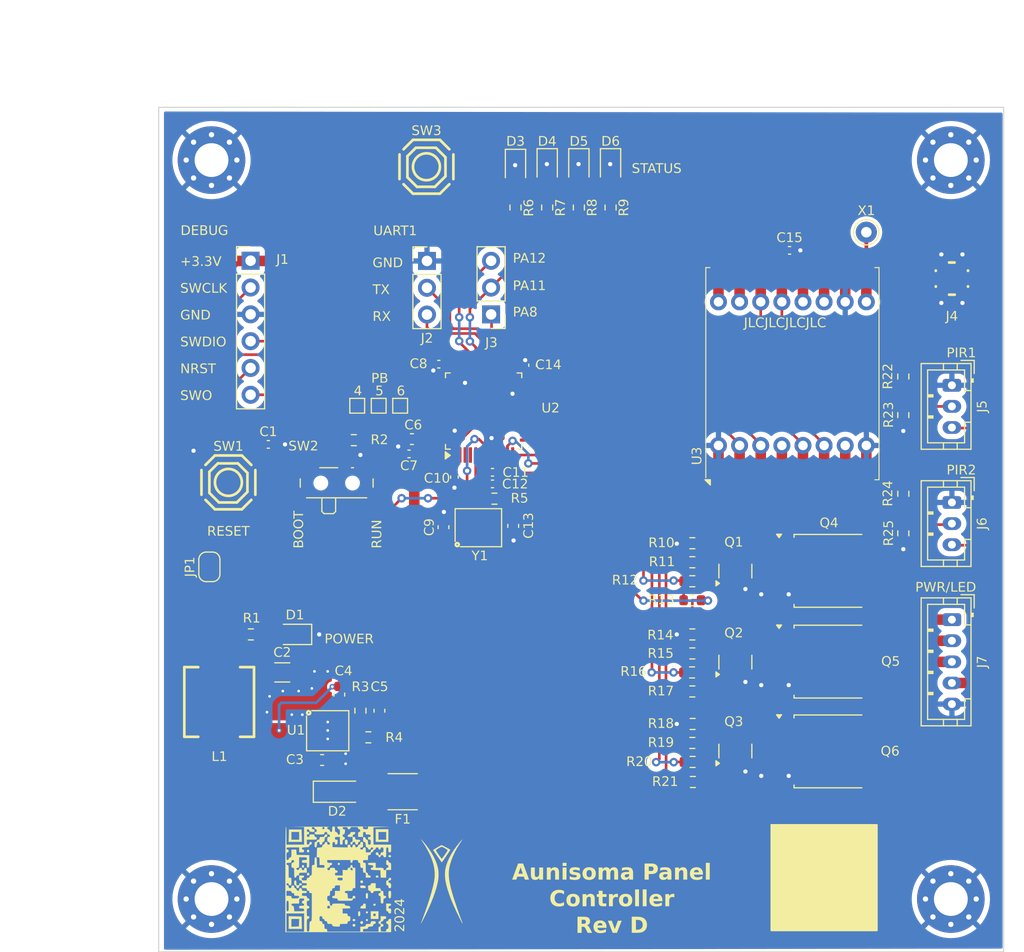
<source format=kicad_pcb>
(kicad_pcb (version 20240108) (generator "pcbnew") (generator_version "8.0")
  (layers (0 "F.Cu" signal) (31 "B.Cu" signal) (34 "B.Paste" user) (35 "F.Paste" user) (36 "B.SilkS" user "B.Silkscreen") (37 "F.SilkS" user "F.Silkscreen") (38 "B.Mask" user) (39 "F.Mask" user) (44 "Edge.Cuts" user))
  (net 0 "")
  (net 1 "+3.3V")
  (net 2 "/OSC_IN")
  (net 3 "+24V")
  (net 4 "/LED_OUT_R")
  (net 5 "/LED_OUT_G")
  (net 6 "/LED_OUT_B")
  (net 7 "Net-(D5-A)")
  (net 8 "Net-(Q1-C)")
  (net 9 "Net-(Q1-B)")
  (net 10 "/OSC_OUT")
  (net 11 "/BOOT0")
  (net 12 "/LED_R")
  (net 13 "/LED_G")
  (net 14 "/LED_B")
  (net 15 "/USART1_RX")
  (net 16 "/USART1_TX")
  (net 17 "Net-(Q3-C)")
  (net 18 "GND")
  (net 19 "Net-(U1-BOOT)")
  (net 20 "Net-(D6-A)")
  (net 21 "Net-(D3-A)")
  (net 22 "Net-(D4-A)")
  (net 23 "/LED_STATUS1")
  (net 24 "/LED_STATUS2")
  (net 25 "/LED_STATUS3")
  (net 26 "/LED_STATUS4")
  (net 27 "Net-(J4-In)")
  (net 28 "Net-(D1-A)")
  (net 29 "Net-(Q3-B)")
  (net 30 "Net-(U2A-PB5-PB5)")
  (net 31 "Net-(U2A-PB4-PB4)")
  (net 32 "Net-(U1-FB)")
  (net 34 "/Power/VOUT")
  (net 35 "Net-(D2-A)")
  (net 36 "/MISO")
  (net 39 "/RF_CS")
  (net 40 "/MOSI")
  (net 43 "/SCK")
  (net 45 "/Power/V_IN")
  (net 46 "/Power/SW")
  (net 47 "Net-(U2A-PB6-PB6)")
  (net 48 "/NRST")
  (net 49 "/PIR_2")
  (net 50 "/PIR_1")
  (net 51 "/SWCLK")
  (net 52 "/SWDIO")
  (net 53 "/SWO")
  (net 54 "/PA12")
  (net 55 "/PA11")
  (net 56 "/PA8")
  (net 57 "Net-(Q2-B)")
  (net 58 "Net-(Q2-C)")
  (net 59 "Net-(SW2-B)")
  (net 60 "/RF_RST")
  (net 69 "/PIR_1_IN")
  (net 70 "/PIR_2_IN")
  (net 76 "/RF_INT")
  (net 78 "Net-(C13-Pad1)")
  (footprint "Capacitor_SMD:C_0402_1005Metric" (layer "F.Cu") (at 120.247 91.8)
    (property "Reference" "C1")
    (property "Value" "100nF")
  )
  (footprint "Resistor_SMD:R_0603_1608Metric" (layer "F.Cu") (at 160.392 101.1625)
    (property "Reference" "R10")
    (property "Value" "10k")
  )
  (footprint "Package_QFP:LQFP-48_7x7mm_P0.5mm" (layer "F.Cu") (at 140.632 88.642 90)
    (property "Reference" "U2")
    (property "Value" "STM32F103C8T6")
  )
  (footprint "Crystal_AKL:Crystal_SMD_3225-4Pin_3.2x2.5mm" (layer "F.Cu") (at 140.132 99.692)
    (property "Reference" "Y1")
    (property "Value" "16MHz" (hide yes))
  )
  (footprint "TestPoint:TestPoint_Pad_1.0x1.0mm" (layer "F.Cu") (at 132.727 88.138)
    (property "Reference" "PB3" (hide yes))
    (property "Value" "TestPoint")
  )
  (footprint "MountingHole:MountingHole_3.2mm_M3_Pad_Via" (layer "F.Cu") (at 114.867 134.867)
    (property "Reference" "H2" (hide yes))
    (property "Value" "MountingHole_Pad")
  )
  (footprint "Capacitor_SMD:C_0402_1005Metric" (layer "F.Cu") (at 133.567 92.7 180)
    (property "Reference" "C7")
    (property "Value" "100nF")
  )
  (footprint "TestPoint:TestPoint_THTPad_D2.0mm_Drill1.0mm" (layer "F.Cu") (at 176.867 71.7)
    (property "Reference" "X1")
    (property "Value" "Antenna")
  )
  (footprint "Resistor_SMD:R_0603_1608Metric" (layer "F.Cu") (at 180.367 96.475 -90)
    (property "Reference" "R24")
    (property "Value" "1k")
  )
  (footprint "Capacitor_SMD:C_0603_1608Metric" (layer "F.Cu") (at 143.432 99.517 -90)
    (property "Reference" "C13")
    (property "Value" "6pF")
  )
  (footprint "Connector_JST:JST_PH_B5B-PH-K_1x05_P2.00mm_Vertical" (layer "F.Cu") (at 184.967 108.4 -90)
    (property "Reference" "J7")
    (property "Value" "PWR/LED")
  )
  (footprint "Resistor_SMD:R_0603_1608Metric" (layer "F.Cu") (at 141.657 96.942 180)
    (property "Reference" "R5")
    (property "Value" "47")
  )
  (footprint "Package_TO_SOT_SMD_AKL:SOT-23-6" (layer "F.Cu") (at 125.867 118.925)
    (property "Reference" "U1")
    (property "Value" "TPS54202DDC" (hide yes))
  )
  (footprint "Connector_PinHeader_2.54mm:PinHeader_1x03_P2.54mm_Vertical" (layer "F.Cu") (at 141.3376 79.487 180)
    (property "Reference" "J3")
    (property "Value" "OOPS")
  )
  (footprint "Resistor_SMD:R_0603_1608Metric" (layer "F.Cu") (at 118.592 109.8 180)
    (property "Reference" "R1")
    (property "Value" "1k")
  )
  (footprint "Capacitor_SMD:C_0402_1005Metric" (layer "F.Cu") (at 141.467 95.542 180)
    (property "Reference" "C12")
    (property "Value" "1uF")
  )
  (footprint "Connector_PinHeader_2.54mm:PinHeader_1x03_P2.54mm_Vertical" (layer "F.Cu") (at 135.267 74.422)
    (property "Reference" "J2")
    (property "Value" "UART1")
  )
  (footprint "Resistor_SMD:R_0603_1608Metric" (layer "F.Cu") (at 160.392 111.6025 180)
    (property "Reference" "R15")
    (property "Value" "10k")
  )
  (footprint "Capacitor_SMD:C_0402_1005Metric" (layer "F.Cu") (at 169.597 73.418326)
    (property "Reference" "C15")
    (property "Value" "100nF")
  )
  (footprint "Package_TO_SOT_SMD:TO-252-2" (layer "F.Cu") (at 173.332 112.3775)
    (property "Reference" "Q5")
    (property "Value" "NCE6050KA")
  )
  (footprint "Capacitor_SMD:C_0402_1005Metric" (layer "F.Cu") (at 137.867 94.9 -90)
    (property "Reference" "C10")
    (property "Value" "100nF")
  )
  (footprint "Capacitor_SMD:C_0603_1608Metric" (layer "F.Cu") (at 133.842 91.3 180)
    (property "Reference" "C6")
    (property "Value" "4.7uF")
  )
  (footprint "Resistor_SMD:R_0603_1608Metric" (layer "F.Cu") (at 152.649 69.3585 -90)
    (property "Reference" "R9")
    (property "Value" "1k")
  )
  (footprint "Resistor_SMD:R_0603_1608Metric" (layer "F.Cu") (at 160.417 121.8825 180)
    (property "Reference" "R20")
    (property "Value" "10k")
  )
  (footprint "LED_SMD:LED_0805_2012Metric" (layer "F.Cu") (at 152.649 65.471 -90)
    (property "Reference" "D6")
    (property "Value" "RED")
  )
  (footprint "Capacitor_SMD:C_0603_1608Metric" (layer "F.Cu") (at 125.342 121.7)
    (property "Reference" "C3")
    (property "Value" "10uF")
  )
  (footprint "Resistor_SMD:R_0603_1608Metric" (layer "F.Cu") (at 180.367 100.225 90)
    (property "Reference" "R25")
    (property "Value" "100k")
  )
  (footprint "Package_TO_SOT_SMD:TO-252-2" (layer "F.Cu") (at 173.332 103.7775)
    (property "Reference" "Q4")
    (property "Value" "NCE6050KA")
  )
  (footprint "Capacitor_SMD:C_0402_1005Metric" (layer "F.Cu") (at 141.467 94.442 180)
    (property "Reference" "C11")
    (property "Value" "10nF")
  )
  (footprint "Connector_JST:JST_PH_B3B-PH-K_1x03_P2.00mm_Vertical" (layer "F.Cu") (at 184.967 86.2 -90)
    (property "Reference" "J5")
    (property "Value" "PIR1")
  )
  (footprint "LED_SMD:LED_0805_2012Metric" (layer "F.Cu") (at 122.667 109.8 180)
    (property "Reference" "D1")
    (property "Value" "RED")
  )
  (footprint "TestPoint:TestPoint_Pad_1.0x1.0mm" (layer "F.Cu") (at 128.663 88.138)
    (property "Reference" "PB1" (hide yes))
    (property "Value" "TestPoint")
  )
  (footprint "MyFootprints:SW-SMD_4P-L5.1-W5.1-P3.70-LS6.5-TL-2" (layer "F.Cu") (at 116.467 95.4)
    (property "Reference" "SW1")
    (property "Value" "~")
  )
  (footprint "Package_TO_SOT_SMD:SOT-23" (layer "F.Cu") (at 164.467 103.8 90)
    (property "Reference" "Q1")
    (property "Value" "MMBT3904")
  )
  (footprint "Connector_PinHeader_2.54mm:PinHeader_1x06_P2.54mm_Vertical" (layer "F.Cu") (at 118.567 74.4)
    (property "Reference" "J1")
    (property "Value" "DEBUG")
  )
  (footprint "Resistor_SMD:R_0603_1608Metric" (layer "F.Cu") (at 160.417 118.2825)
    (property "Reference" "R18")
    (property "Value" "10k")
  )
  (footprint "Resistor_SMD:R_0603_1608Metric" (layer "F.Cu") (at 160.392 106.5625)
    (property "Reference" "R13")
    (property "Value" "10k")
  )
  (footprint "Capacitor_SMD:C_1206_3216Metric" (layer "F.Cu") (at 121.567 113.4)
    (property "Reference" "C2")
    (property "Value" "47uF")
  )
  (footprint "Button_Switch_SMD:SW_SPDT_PCM12" (layer "F.Cu") (at 126.717 95.13)
    (property "Reference" "SW2")
    (property "Value" "~")
  )
  (footprint "Package_TO_SOT_SMD:SOT-23" (layer "F.Cu") (at 164.467 120.845 90)
    (property "Reference" "Q3")
    (property "Value" "MMBT3904")
  )
  (footprint "Resistor_SMD:R_0603_1608Metric" (layer "F.Cu") (at 180.367 89.025 90)
    (property "Reference" "R23")
    (property "Value" "100k")
  )
  (footprint "LOGO" (layer "F.Cu") (at 126.867 133)
    (property "Reference" "G***" (hide yes))
    (property "Value" "LOGO" (hide yes))
  )
  (footprint "Package_TO_SOT_SMD:TO-252-2" (layer "F.Cu") (at 173.332 120.8825)
    (property "Reference" "Q6")
    (property "Value" "NCE6050KA")
  )
  (footprint "Resistor_SMD:R_0603_1608Metric" (layer "F.Cu") (at 180.367 85.375 -90)
    (property "Reference" "R22")
    (property "Value" "1k")
  )
  (footprint "Resistor_SMD:R_0603_1608Metric" (layer "F.Cu") (at 160.392 109.8025)
    (property "Reference" "R14")
    (property "Value" "10k")
  )
  (footprint "LED_SMD:LED_0805_2012Metric" (layer "F.Cu") (at 143.649 65.5335 -90)
    (property "Reference" "D3")
    (property "Value" "RED")
  )
  (footprint "TestPoint:TestPoint_Pad_1.0x1.0mm" (layer "F.Cu") (at 130.695 88.138)
    (property "Reference" "PB2" (hide yes))
    (property "Value" "TestPoint")
  )
  (footprint "Resistor_SMD:R_0603_1608Metric" (layer "F.Cu") (at 129.717 119.55)
    (property "Reference" "R4")
    (property "Value" "22k" (hide yes))
  )
  (footprint "Capacitor_SMD:C_0402_1005Metric" (layer "F.Cu") (at 145.267 84.3 90)
    (property "Reference" "C14")
    (property "Value" "100nF")
  )
  (footprint "Resistor_SMD:R_0603_1608Metric" (layer "F.Cu") (at 146.649 69.3585 -90)
    (property "Reference" "R7")
    (property "Value" "1k")
  )
  (footprint "Resistor_SMD:R_0603_1608Metric" (layer "F.Cu") (at 143.649 69.3585 -90)
    (property "Reference" "R6")
    (property "Value" "1k")
  )
  (footprint "Resistor_SMD:R_0603_1608Metric" (layer "F.Cu") (at 160.392 102.9625 180)
    (property "Reference" "R11")
    (property "Value" "10k")
  )
  (footprint "Package_TO_SOT_SMD:SOT-23" (layer "F.Cu") (at 164.467 112.425 90)
    (property "Reference" "Q2")
    (property "Value" "MMBT3904")
  )
  (footprint "MountingHole:MountingHole_3.2mm_M3_Pad_Via" (layer "F.Cu") (at 184.867 64.867)
    (property "Reference" "H3" (hide yes))
    (property "Value" "MountingHole_Pad")
  )
  (footprint "MyFootprints:Fuse_1812_4532Metric" (layer "F.Cu") (at 132.967 124.7 180)
    (property "Reference" "F1")
    (property "Value" "100mA")
  )
  (footprint "Resistor_SMD:R_0603_1608Metric" (layer "F.Cu") (at 160.442 123.7825)
    (property "Reference" "R21")
    (property "Value" "10k")
  )
  (footprint "Resistor_SMD:R_0603_1608Metric" (layer "F.Cu") (at 128.342 91.4)
    (property "Reference" "R2")
    (property "Value" "10k")
  )
  (footprint "Resistor_SMD:R_0603_1608Metric" (layer "F.Cu") (at 160.392 115.2025)
    (property "Reference" "R17")
    (property "Value" "10k")
  )
  (footprint "LED_SMD:LED_0805_2012Metric" (layer "F.Cu") (at 149.649 65.471 -90)
    (property "Reference" "D5")
    (property "Value" "RED")
  )
  (footprint "Capacitor_SMD:C_0603_1608Metric" (layer "F.Cu") (at 126.967 115.5 90)
    (property "Reference" "C4")
    (property "Value" "100nF")
  )
  (footprint "MyFootprints:SW-SMD_4P-L5.1-W5.1-P3.70-LS6.5-TL-2" (layer "F.Cu") (at 135.217 65.5)
    (property "Reference" "SW3")
    (property "Value" "~")
  )
  (footprint "MountingHole:MountingHole_3.2mm_M3_Pad_Via" (layer "F.Cu") (at 184.867 134.867)
    (property "Reference" "H4" (hide yes))
    (property "Value" "MountingHole_Pad")
  )
  (footprint "LED_SMD:LED_0805_2012Metric" (layer "F.Cu") (at 146.649 65.471 -90)
    (property "Reference" "D4")
    (property "Value" "RED")
  )
  (footprint "Capacitor_SMD:C_0402_1005Metric" (layer "F.Cu") (at 136.387 84.2 180)
    (property "Reference" "C8")
    (property "Value" "100nF")
  )
  (footprint "Jumper:SolderJumper-2_P1.3mm_Open_RoundedPad1.0x1.5mm" (layer "F.Cu") (at 114.667 103.4 90)
    (property "Reference" "JP1")
    (property "Value" "SolderJumper_2_Bridged")
  )
  (footprint "Resistor_SMD:R_0603_1608Metric" (layer "F.Cu") (at 128.967 117.025 -90)
    (property "Reference" "R3")
    (property "Value" "100k")
  )
  (footprint "Resistor_SMD:R_0603_1608Metric" (layer "F.Cu") (at 160.392 120.0825 180)
    (property "Reference" "R19")
    (property "Value" "10k")
  )
  (footprint "Capacitor_SMD:C_0603_1608Metric" (layer "F.Cu") (at 136.832 99.642 90)
    (property "Reference" "C9")
    (property "Value" "6pF")
  )
  (footprint "Resistor_SMD:R_0603_1608Metric" (layer "F.Cu") (at 160.367 113.4025 180)
    (property "Reference" "R16")
    (property "Value" "10k")
  )
  (footprint "MyFootprints:HOPERF_RFM69HW_SMD_TH" (layer "F.Cu") (at 169.867 85.1 90)
    (property "Reference" "U3")
    (property "Value" "RFM69HCW")
  )
  (footprint "MyFootprints:IPEX-SMD_KMC1001-F007-7F" (layer "F.Cu") (at 184.967 76.094 90)
    (property "Reference" "J4")
    (property "Value" "Conn_Coaxial_Small")
  )
  (footprint "MyFootprints:IND-SMD_L7.2-W6.6_GPSR0730" (layer "F.Cu") (at 115.592 116.2 90)
    (property "Reference" "L1")
    (property "Value" "CYA0630-6.8UH")
  )
  (footprint "Connector_JST:JST_PH_B3B-PH-K_1x03_P2.00mm_Vertical" (layer "F.Cu") (at 184.967 97.3 -90)
    (property "Reference" "J6")
    (property "Value" "PIR2")
  )
  (footprint "Resistor_SMD:R_0603_1608Metric" (layer "F.Cu") (at 149.649 69.3585 -90)
    (property "Reference" "R8")
    (property "Value" "1k")
  )
  (footprint "LOGO" (layer "F.Cu") (at 136.667 133.2)
    (property "Reference" "LOGO" (hide yes))
    (property "Value" "LOGO" (hide yes))
  )
  (footprint "Capacitor_SMD:C_0603_1608Metric" (layer "F.Cu") (at 130.767 117.025 -90)
    (property "Reference" "C5")
    (property "Value" "47pF")
  )
  (footprint "MountingHole:MountingHole_3.2mm_M3_Pad_Via" (layer "F.Cu") (at 114.867 64.867)
    (property "Reference" "H1" (hide yes))
    (property "Value" "MountingHole_Pad")
  )
  (footprint "Resistor_SMD:R_0603_1608Metric" (layer "F.Cu") (at 160.392 104.7625 180)
    (property "Reference" "R12")
    (property "Value" "10k")
  )
  (footprint "Diode_SMD:D_SOD-123" (layer "F.Cu") (at 126.867 124.7)
    (property "Reference" "D2")
    (property "Value" "B5819W")
  )
  (gr_rect (start 167.867 127.842) (end 177.867 137.842) (stroke (width 0.15)) (fill solid) (layer "F.SilkS"))
  (gr_rect (start 109.867 59.867) (end 189.867 139.867) (stroke (width 0.1)) (fill none) (layer "Edge.Cuts"))
  (gr_text "TX" (at 130.1108 77.709 0) (layer "F.SilkS") (effects (font (size 0.9 0.9) (thickness 0.25)) (justify left bottom)))
  (gr_text "+3.3V" (at 111.902 75.045 0) (layer "F.SilkS") (effects (font (size 0.9 0.9) (thickness 0.25)) (justify left bottom)))
  (gr_text "BOOT" (at 123.692 101.665 90) (layer "F.SilkS") (effects (font (size 0.9 0.9) (thickness 0.125)) (justify left bottom)))
  (gr_text "RUN" (at 131.092 101.665 90) (layer "F.SilkS") (effects (font (size 0.9 0.9) (thickness 0.125)) (justify left bottom)))
  (gr_text "RESET" (at 116.467 100.6 0) (layer "F.SilkS") (effects (font (size 0.9 0.9) (thickness 0.3)) (justify bottom)))
  (gr_text "GND" (at 130.1108 75.169 0) (layer "F.SilkS") (effects (font (size 0.9 0.9) (thickness 0.25)) (justify left bottom)))
  (gr_text "PWR/LED" (at 187.267 105.9 0) (layer "F.SilkS") (effects (font (size 0.9 0.9) (thickness 0.3)) (justify right bottom)))
  (gr_text "6" (at 132.3968 87.2998 0) (layer "F.SilkS") (effects (font (size 0.9 0.9) (thickness 0.2)) (justify left bottom)))
  (gr_text "GND" (at 111.902 80.125 0) (layer "F.SilkS") (effects (font (size 0.9 0.9) (thickness 0.25)) (justify left bottom)))
  (gr_text "PA12" (at 143.395 74.7372 0) (layer "F.SilkS") (effects (font (size 0.9 0.9) (thickness 0.25)) (justify left bottom)))
  (gr_text "5" (at 130.3648 87.2998 0) (layer "F.SilkS") (effects (font (size 0.9 0.9) (thickness 0.2)) (justify left bottom)))
  (gr_text "2024" (at 133.267 138 90) (layer "F.SilkS") (effects (font (size 0.9 0.9) (thickness 0.1778)) (justify left bottom)))
  (gr_text "PB" (at 129.9838 86.106 0) (layer "F.SilkS") (effects (font (size 0.9 0.9) (thickness 0.2)) (justify left bottom)))
  (gr_text "SWO" (at 111.902 87.745 0) (layer "F.SilkS") (effects (font (size 0.9 0.9) (thickness 0.25)) (justify left bottom)))
  (gr_text "RX" (at 130.1108 80.249 0) (layer "F.SilkS") (effects (font (size 0.9 0.9) (thickness 0.25)) (justify left bottom)))
  (gr_text "STATUS" (at 154.649 66.2335 0) (layer "F.SilkS") (effects (font (size 0.9 0.9) (thickness 0.3)) (justify left bottom)))
  (gr_text "4" (at 128.3328 87.2998 0) (layer "F.SilkS") (effects (font (size 0.9 0.9) (thickness 0.2)) (justify left bottom)))
  (gr_text "PIR1" (at 187.267 83.7 0) (layer "F.SilkS") (effects (font (size 0.9 0.9) (thickness 0.3)) (justify right bottom)))
  (gr_text "UART1" (at 130.187 72.136 0) (layer "F.SilkS") (effects (font (size 0.9 0.9) (thickness 0.3)) (justify left bottom)))
  (gr_text "SWCLK" (at 111.902 77.585 0) (layer "F.SilkS") (effects (font (size 0.9 0.9) (thickness 0.25)) (justify left bottom)))
  (gr_text "PA11" (at 143.395 77.3372 0) (layer "F.SilkS") (effects (font (size 0.9 0.9) (thickness 0.25)) (justify left bottom)))
  (gr_text "PA8" (at 143.395 79.8372 0) (layer "F.SilkS") (effects (font (size 0.9 0.9) (thickness 0.25)) (justify left bottom)))
  (gr_text "JLCJLCJLCJLC" (at 165.267 80.85 0) (layer "F.SilkS") (effects (font (size 0.9 0.9) (thickness 0.1778)) (justify left bottom)))
  (gr_text "NRST" (at 111.902 85.205 0) (layer "F.SilkS") (effects (font (size 0.9 0.9) (thickness 0.25)) (justify left bottom)))
  (gr_text "SWDIO" (at 111.902 82.665 0) (layer "F.SilkS") (effects (font (size 0.9 0.9) (thickness 0.25)) (justify left bottom)))
  (gr_text "DEBUG" (at 111.93 72.114 0) (layer "F.SilkS") (effects (font (size 0.9 0.9) (thickness 0.3)) (justify left bottom)))
  (gr_text "PIR2" (at 187.267 94.8 0) (layer "F.SilkS") (effects (font (size 0.9 0.9) (thickness 0.3)) (justify right bottom)))
  (gr_text "POWER" (at 125.567 110.8 0) (layer "F.SilkS") (effects (font (size 0.9 0.9) (thickness 0.3)) (justify left bottom)))
  (gr_text_box "Aunisoma Panel Controller\nRev D" (start 138.733 130.406) (end 166.801 136.9) (layer "F.SilkS") (effects (font (size 1.5 1.5) (thickness 0.3)) (justify top)) (border no))
  (segment (start 133.367 101) (end 114.667 101) (width 1) (layer "F.Cu") (net 1))
  (segment (start 116.467 99.2) (end 114.667 101) (width 1) (layer "F.Cu") (net 1))
  (segment (start 123.767 95.4) (end 116.567 95.4) (width 0.25) (layer "F.Cu") (net 1))
  (segment (start 160.677 123.7825) (end 160.392 123.4975) (width 0.25) (layer "F.Cu") (net 1))
  (segment (start 124.467 94.7) (end 123.767 95.4) (width 0.25) (layer "F.Cu") (net 1))
  (segment (start 116.467 95.5) (end 116.467 99.2) (width 1) (layer "F.Cu") (net 1))
  (segment (start 162.467 61.8) (end 131.917 61.8) (width 1) (layer "F.Cu") (net 1))
  (segment (start 168.867 76) (end 168.867 68.2) (width 1) (layer "F.Cu") (net 1))
  (segment (start 142.467 91.225305) (end 142.467 90) (width 0.3) (layer "F.Cu") (net 1))
  (segment (start 139.50161 89.3) (end 141.767 89.3) (width 0.3) (layer "F.Cu") (net 1))
  (segment (start 138.409305 91.4) (end 136.4775 91.4) (width 0.3) (layer "F.Cu") (net 1))
  (segment (start 134.067 92.8045) (end 134.067 100.3) (width 1) (layer "F.Cu") (net 1))
  (segment (start 145.287 84.6) (end 145.287 85.78) (width 0.4) (layer "F.Cu") (net 1))
  (segment (start 134.067 100.3) (end 133.367 101) (width 1) (layer "F.Cu") (net 1))
  (segment (start 117.145 74.422) (end 114.667 76.9) (width 1) (layer "F.Cu") (net 1))
  (segment (start 170.117 81.25) (end 186.267 81.25) (width 0.25) (layer "F.Cu") (net 1))
  (segment (start 136.4775 91.4) (end 136.4695 91.392) (width 0.3) (layer "F.Cu") (net 1))
  (segment (start 116.567 95.4) (end 116.467 95.5) (width 0.25) (layer "F.Cu") (net 1))
  (segment (start 142.775 85.892) (end 139.434305 89.232695) (width 0.3) (layer "F.Cu") (net 1))
  (segment (start 168.867 68.2) (end 162.467 61.8) (width 1) (layer "F.Cu") (net 1))
  (segment (start 137.882 92.8045) (end 137.882 94.405) (width 0.25) (layer "F.Cu") (net 1))
  (segment (start 116.467 91.1) (end 116.467 95.5) (width 1) (layer "F.Cu") (net 1))
  (segment (start 137.882 87.68039) (end 137.882 84.4795) (width 0.3) (layer "F.Cu") (net 1))
  (segment (start 187.567 90.35) (end 187.567 91.2) (width 0.25) (layer "F.Cu") (net 1))
  (segment (start 161.267 123.7825) (end 160.677 123.7825) (width 0.25) (layer "F.Cu") (net 1))
  (segment (start 141.882 94.377) (end 141.882 92.8045) (width 0.25) (layer "F.Cu") (net 1))
  (segment (start 126.467 72.8) (end 124.845 74.422) (width 1) (layer "F.Cu") (net 1))
  (segment (start 114.667 76.9) (end 114.667 89.3) (width 1) (layer "F.Cu") (net 1))
  (segment (start 139.434305 89.232695) (end 137.882 87.68039) (width 0.3) (layer "F.Cu") (net 1))
  (segment (start 187.567 91.2) (end 187.567 100.45) (width 0.25) (layer "F.Cu") (net 1))
  (segment (start 142.775 85.892) (end 144.7945 85.892) (width 0.3) (layer "F.Cu") (net 1))
  (segment (start 114.667 89.3) (end 116.467 91.1) (width 1) (layer "F.Cu") (net 1))
  (segment (start 187.567 82.55) (end 187.567 91.2) (width 0.25) (layer "F.Cu") (net 1))
  (segment (start 114.667 102.65) (end 114.667 101) (width 1) (layer "F.Cu") (net 1))
  (segment (start 186.267 81.25) (end 187.567 82.55) (width 0.25) (layer "F.Cu") (net 1))
  (segment (start 160.4045 106.5625) (end 161.217 106.5625) (width 0.25) (layer "F.Cu") (net 1))
  (segment (start 160.392 115.2025) (end 161.217 115.2025) (width 0.25) (layer "F.Cu") (net 1))
  (segment (start 168.867 80) (end 170.117 81.25) (width 0.25) (layer "F.Cu") (net 1))
  (segment (start 126.467 64.2) (end 126.467 72.8) (width 1) (layer "F.Cu") (net 1))
  (segment (start 131.917 61.8) (end 128.867 61.8) (width 1) (layer "F.Cu") (net 1))
  (segment (start 124.467 93.7) (end 124.467 94.7) (width 0.25) (layer "F.Cu") (net 1))
  (segment (start 137.447 84.2) (end 137.657 84.41) (width 0.25) (layer "F.Cu") (net 1))
  (segment (start 124.845 74.422) (end 117.145 74.422) (width 1) (layer "F.Cu") (net 1))
  (segment (start 136.867 84.2) (end 137.447 84.2) (width 0.25) (layer "F.Cu") (net 1))
  (segment (start 168.867 76.5) (end 168.867 80) (width 0.25) (layer "F.Cu") (net 1))
  (segment (start 141.882 92.8045) (end 141.882 91.810305) (width 0.3) (layer "F.Cu") (net 1))
  (segment (start 144.609 95.542) (end 155.667 106.6) (width 0.25) (layer "F.Cu") (net 1))
  (segment (start 141.947 95.542) (end 144.609 95.542) (width 0.25) (layer "F.Cu") (net 1))
  (segment (start 141.882 91.810305) (end 142.467 91.225305) (width 0.3) (layer "F.Cu") (net 1))
  (segment (start 187.567 100.45) (end 186.667 101.35) (width 0.25) (layer "F.Cu") (net 1))
  (segment (start 184.967 90.25) (end 187.467 90.25) (width 0.25) (layer "F.Cu") (net 1))
  (segment (start 128.867 61.8) (end 126.467 64.2) (width 1) (layer "F.Cu") (net 1))
  (segment (start 160.392 106.575) (end 160.4045 106.5625) (width 0.25) (layer "F.Cu") (net 1))
  (segment (start 139.50161 89.3) (end 139.50161 90.307696) (width 0.3) (layer "F.Cu") (net 1))
  (segment (start 139.434305 89.232695) (end 139.50161 89.3) (width 0.3) (layer "F.Cu") (net 1))
  (segment (start 131.917 63.65) (end 131.917 61.8) (width 0.25) (layer "F.Cu") (net 1))
  (segment (start 138.409305 91.4) (end 139.50161 90.307696) (width 0.3) (layer "F.Cu") (net 1))
  (segment (start 145.287 85.78) (end 145.267 85.8) (width 0.4) (layer "F.Cu") (net 1))
  (segment (start 141.932 95.542) (end 141.932 94.442) (width 0.25) (layer "F.Cu") (net 1))
  (segment (start 186.667 101.35) (end 185.167 101.35) (width 0.25) (layer "F.Cu") (net 1))
  (segment (start 187.467 90.25) (end 187.567 90.35) (width 0.25) (layer "F.Cu") (net 1))
  (segment (start 160.392 123.4975) (end 160.392 106.575) (width 0.25) (layer "F.Cu") (net 1))
  (segment (start 142.467 90) (end 141.767 89.3) (width 0.3) (layer "F.Cu") (net 1))
  (via (at 155.767 106.6) (size 0.8) (drill 0.4) (layers "F.Cu" "B.Cu") (net 1))
  (via (at 161.867 106.6) (size 0.8) (drill 0.4) (layers "F.Cu" "B.Cu") (net 1))
  (segment (start 155.767 106.6) (end 161.967 106.6) (width 0.25) (layer "B.Cu") (net 1))
  (segment (start 139.132 100.542) (end 140.057 99.617) (width 0.25) (layer "F.Cu") (net 2))
  (segment (start 139.882 97.917) (end 139.882 92.8045) (width 0.25) (layer "F.Cu") (net 2))
  (segment (start 139.032 100.542) (end 136.957 100.542) (width 0.5) (layer "F.Cu") (net 2))
  (segment (start 140.057 99.617) (end 140.057 98.092) (width 0.25) (layer "F.Cu") (net 2))
  (segment (start 140.057 98.092) (end 139.882 97.917) (width 0.25) (layer "F.Cu") (net 2))
  (segment (start 187.667 122.25) (end 183.617 126.3) (width 1) (layer "F.Cu") (net 3))
  (segment (start 157.897 111.6025) (end 157.897 103.0025) (width 0.25) (layer "F.Cu") (net 3))
  (segment (start 157.967 126.3) (end 141.167 126.3) (width 1) (layer "F.Cu") (net 3))
  (segment (start 157.892 111.6075) (end 157.897 111.6025) (width 0.25) (layer "F.Cu") (net 3))
  (segment (start 157.907 120.0825) (end 157.907 126.24) (width 0.25) (layer "F.Cu") (net 3))
  (segment (start 157.927 102.9625) (end 159.567 102.9625) (width 0.25) (layer "F.Cu") (net 3))
  (segment (start 159.567 120.0825) (end 157.907 120.0825) (width 0.25) (layer "F.Cu") (net 3))
  (segment (start 141.167 126.3) (end 139.567 124.7) (width 1) (layer "F.Cu") (net 3))
  (segment (start 157.897 103.0025) (end 157.892 102.9975) (width 0.25) (layer "F.Cu") (net 3))
  (segment (start 183.617 126.3) (end 157.967 126.3) (width 1) (layer "F.Cu") (net 3))
  (segment (start 157.907 126.24) (end 157.967 126.3) (width 0.25) (layer "F.Cu") (net 3))
  (segment (start 186.717 114.4) (end 187.667 115.35) (width 1) (layer "F.Cu") (net 3))
  (segment (start 184.967 114.4) (end 186.717 114.4) (width 1) (layer "F.Cu") (net 3))
  (segment (start 157.892 120.0675) (end 157.907 120.0825) (width 0.25) (layer "F.Cu") (net 3))
  (segment (start 157.892 102.9975) (end 157.927 102.9625) (width 0.25) (layer "F.Cu") (net 3))
  (segment (start 157.892 120.0675) (end 157.892 111.6075) (width 0.25) (layer "F.Cu") (net 3))
  (segment (start 157.897 111.6025) (end 159.567 111.6025) (width 0.25) (layer "F.Cu") (net 3))
  (segment (start 187.667 115.35) (end 187.667 122.25) (width 1) (layer "F.Cu") (net 3))
  (segment (start 139.567 124.7) (end 135.1045 124.7) (width 1) (layer "F.Cu") (net 3))
  (segment (start 184.967 112.4) (end 182.917 112.4) (width 1) (layer "F.Cu") (net 4))
  (segment (start 182.917 112.4) (end 176.267 119.05) (width 1) (layer "F.Cu") (net 4))
  (segment (start 176.7195 110.4) (end 184.967 110.4) (width 1) (layer "F.Cu") (net 5))
  (segment (start 180.217 105.3) (end 176.2695 105.3) (width 1) (layer "F.Cu") (net 6))
  (segment (start 184.967 108.4) (end 183.317 108.4) (width 1) (layer "F.Cu") (net 6))
  (segment (start 183.317 108.4) (end 180.217 105.3) (width 1) (layer "F.Cu") (net 6))
  (segment (start 149.649 66.4085) (end 149.649 68.5335) (width 0.25) (layer "F.Cu") (net 7))
  (segment (start 161.217 103.0025) (end 164.452 103.0025) (width 0.25) (layer "F.Cu") (net 8))
  (segment (start 164.467 102.8625) (end 165.832 101.4975) (width 0.25) (layer "F.Cu") (net 8))
  (segment (start 161.217 101.2025) (end 161.217 103.0025) (width 0.25) (layer "F.Cu") (net 8))
  (segment (start 165.832 101.4975) (end 168.292 101.4975) (width 0.25) (layer "F.Cu") (net 8))
  (segment (start 161.192 104.8025) (end 163.577 104.8025) (width 0.25) (layer "F.Cu") (net 9))
  (segment (start 140.832 96.942) (end 140.382 96.492) (width 0.25) (layer "F.Cu") (net 10))
  (segment (start 140.382 96.492) (end 140.382 92.8045) (width 0.25) (layer "F.Cu") (net 10))
  (segment (start 134.730305 89.879) (end 131.488 89.879) (width 0.25) (layer "F.Cu") (net 11))
  (segment (start 135.192 89.417305) (end 134.730305 89.879) (width 0.25) (layer "F.Cu") (net 11))
  (segment (start 136.4695 89.392) (end 135.192 89.392) (width 0.25) (layer "F.Cu") (net 11))
  (segment (start 129.967 91.4) (end 129.167 91.4) (width 0.25) (layer "F.Cu") (net 11))
  (segment (start 135.192 89.392) (end 135.192 89.417305) (width 0.25) (layer "F.Cu") (net 11))
  (segment (start 131.488 89.879) (end 129.967 91.4) (width 0.25) (layer "F.Cu") (net 11))
  (segment (start 149.9715 92.8045) (end 143.382 92.8045) (width 0.25) (layer "F.Cu") (net 12))
  (segment (start 156.967 121.9) (end 157.267 121.6) (width 0.25) (layer "F.Cu") (net 12))
  (segment (start 157.267 121.6) (end 157.267 100.1) (width 0.25) (layer "F.Cu") (net 12))
  (segment (start 157.267 100.1) (end 149.9715 92.8045) (width 0.25) (layer "F.Cu") (net 12))
  (segment (start 158.6495 121.8825) (end 158.632 121.9) (width 0.25) (layer "F.Cu") (net 12))
  (segment (start 159.592 121.8825) (end 159.592 123.7575) (width 0.25) (layer "F.Cu") (net 12))
  (segment (start 159.592 121.8825) (end 158.6495 121.8825) (width 0.25) (layer "F.Cu") (net 12))
  (via (at 158.632 121.9) (size 0.8) (drill 0.4) (layers "F.Cu" "B.Cu") (net 12))
  (via (at 156.967 121.9) (size 0.8) (drill 0.4) (layers "F.Cu" "B.Cu") (net 12))
  (segment (start 158.632 121.9) (end 156.967 121.9) (width 0.25) (layer "B.Cu") (net 12))
  (segment (start 159.567 115.2025) (end 159.567 113.4275) (width 0.25) (layer "F.Cu") (net 13))
  (segment (start 156.567 113.375) (end 156.542 113.4) (width 0.25) (layer "F.Cu") (net 13))
  (segment (start 149.567 93.6) (end 156.567 100.6) (width 0.25) (layer "F.Cu") (net 13))
  (segment (start 159.542 113.4025) (end 158.6195 113.4025) (width 0.25) (layer "F.Cu") (net 13))
  (segment (start 156.567 100.6) (end 156.567 113.375) (width 0.25) (layer "F.Cu") (net 13))
  (segment (start 143.371267 91.467001) (end 142.882 91.956268) (width 0.25) (layer "F.Cu") (net 13))
  (segment (start 158.6195 113.4025) (end 158.617 113.4) (width 0.25) (layer "F.Cu") (net 13))
  (segment (start 144.867 93.6) (end 149.567 93.6) (width 0.25) (layer "F.Cu") (net 13))
  (segment (start 142.882 91.956268) (end 142.882 92.8045) (width 0.25) (layer "F.Cu") (net 13))
  (via (at 156.542 113.4) (size 0.8) (drill 0.4) (layers "F.Cu" "B.Cu") (net 13))
  (via (at 158.617 113.4) (size 0.8) (drill 0.4) (layers "F.Cu" "B.Cu") (net 13))
  (via (at 144.867 93.6) (size 0.8) (drill 0.4) (layers "F.Cu" "B.Cu") (net 13))
  (via (at 143.371267 91.467001) (size 0.8) (drill 0.4) (layers "F.Cu" "B.Cu") (net 13))
  (segment (start 143.634001 91.467001) (end 143.371267 91.467001) (width 0.25) (layer "B.Cu") (net 13))
  (segment (start 144.867 92.7) (end 143.634001 91.467001) (width 0.25) (layer "B.Cu") (net 13))
  (segment (start 144.867 93.6) (end 144.867 92.7) (width 0.25) (layer "B.Cu") (net 13))
  (segment (start 158.617 113.4) (end 156.542 113.4) (width 0.25) (layer "B.Cu") (net 13))
  (segment (start 155.767 101.1) (end 149.167 94.5) (width 0.25) (layer "F.Cu") (net 14))
  (segment (start 159.567 106.6025) (end 159.567 104.8275) (width 0.25) (layer "F.Cu") (net 14))
  (segment (start 149.167 94.5) (end 143.272236 94.5) (width 0.25) (layer "F.Cu") (net 14))
  (segment (start 155.767 104.7) (end 155.767 101.1) (width 0.25) (layer "F.Cu") (net 14))
  (segment (start 142.382 93.609764) (end 142.382 92.8045) (width 0.25) (layer "F.Cu") (net 14))
  (segment (start 158.622 104.7) (end 159.5045 104.7) (width 0.25) (layer "F.Cu") (net 14))
  (segment (start 143.272236 94.5) (end 142.382 93.609764) (width 0.25) (layer "F.Cu") (net 14))
  (via (at 158.622 104.7) (size 0.8) (drill 0.4) (layers "F.Cu" "B.Cu") (net 14))
  (via (at 155.767 104.7) (size 0.8) (drill 0.4) (layers "F.Cu" "B.Cu") (net 14))
  (segment (start 155.767 104.7) (end 158.622 104.7) (width 0.25) (layer "B.Cu") (net 14))
  (segment (start 135.267 80.704081) (end 135.853919 81.291) (width 0.25) (layer "F.Cu") (net 15))
  (segment (start 139.808505 81.291) (end 140.382 81.864495) (width 0.25) (layer "F.Cu") (net 15))
  (segment (start 135.267 79.502) (end 135.267 80.704081) (width 0.25) (layer "F.Cu") (net 15))
  (segment (start 140.382 81.864495) (end 140.382 84.4795) (width 0.25) (layer "F.Cu") (net 15))
  (segment (start 135.853919 81.291) (end 139.808505 81.291) (width 0.25) (layer "F.Cu") (net 15))
  (segment (start 139.994901 80.841) (end 140.882 81.728099) (width 0.25) (layer "F.Cu") (net 16))
  (segment (start 137.4332 79.1282) (end 137.4332 80.501196) (width 0.25) (layer "F.Cu") (net 16))
  (segment (start 140.882 81.728099) (end 140.882 84.4795) (width 0.25) (layer "F.Cu") (net 16))
  (segment (start 137.773004 80.841) (end 139.994901 80.841) (width 0.25) (layer "F.Cu") (net 16))
  (segment (start 135.267 76.962) (end 137.4332 79.1282) (width 0.25) (layer "F.Cu") (net 16))
  (segment (start 137.4332 80.501196) (end 137.773004 80.841) (width 0.25) (layer "F.Cu") (net 16))
  (segment (start 161.242 118.2825) (end 161.242 120.0575) (width 0.25) (layer "F.Cu") (net 17))
  (segment (start 161.217 120.0825) (end 164.292 120.0825) (width 0.25) (layer "F.Cu") (net 17))
  (segment (start 165.772 118.6025) (end 168.037 118.6025) (width 0.25) (layer "F.Cu") (net 17))
  (segment (start 164.467 119.9075) (end 165.772 118.6025) (width 0.25) (layer "F.Cu") (net 17))
  (segment (start 120.727 91.8) (end 121.827 91.8) (width 0.25) (layer "F.Cu") (net 18))
  (segment (start 130.542 120.975) (end 129.967 121.55) (width 0.25) (layer "F.Cu") (net 18))
  (segment (start 138.382 84.4795) (end 138.382 85.482) (width 0.25) (layer "F.Cu") (net 18))
  (segment (start 143.432 100.292) (end 141.482 100.292) (width 0.5) (layer "F.Cu") (net 18))
  (segment (start 140.987 94.442) (end 141.382 94.047) (width 0.25) (layer "F.Cu") (net 18))
  (segment (start 128.967 93.7) (end 128.967 92.8) (width 0.25) (layer "F.Cu") (net 18))
  (segment (start 143.367 87) (end 143.975 86.392) (width 0.25) (layer "F.Cu") (net 18))
  (segment (start 141.382 94.047) (end 141.382 92.8045) (width 0.25) (layer "F.Cu") (net 18))
  (segment (start 135.907 84.76) (end 135.867 84.8) (width 0.25) (layer "F.Cu") (net 18))
  (segment (start 138.382 85.482) (end 138.867 85.967) (width 0.25) (layer "F.Cu") (net 18))
  (segment (start 135.907 84.2) (end 135.907 84.76) (width 0.25) (layer "F.Cu") (net 18))
  (segment (start 143.95 86.417) (end 143.367 87) (width 0.25) (layer "F.Cu") (net 18))
  (segment (start 136.832 98.867) (end 139.007 98.867) (width 0.5) (layer "F.Cu") (net 18))
  (segment (start 129.967 121.55) (end 127.967 121.55) (width 0.25) (layer "F.Cu") (net 18))
  (segment (start 130.542 119.236861) (end 130.542 120.975) (width 0.25) (layer "F.Cu") (net 18))
  (segment (start 141.382 91.2) (end 141.382 92.8045) (width 0.25) (layer "F.Cu") (net 18))
  (segment (start 143.975 86.392) (end 144.7945 86.392) (width 0.25) (layer "F.Cu") (net 18))
  (segment (start 144.567 83.82) (end 145.167 83.82) (width 0.25) (layer "F.Cu") (net 18))
  (segment (start 113.167 93.55) (end 113.167 92.4) (width 0.25) (layer "F.Cu") (net 18))
  (segment (start 133.067 92.7) (end 133.067 91.32) (width 0.5) (layer "F.Cu") (net 18))
  (segment (start 125.067 109.8) (end 124.067 109.8) (width 0.5) (layer "F.Cu") (net 18))
  (segment (start 137.5 90.892) (end 136.4695 90.892) (width 0.25) (layer "F.Cu") (net 18))
  (segment (start 137.892 90.5) (end 137.5 90.892) (width 0.25) (layer "F.Cu") (net 18))
  (segment (start 140.987 95.542) (end 140.987 94.442) (width 0.25) (layer "F.Cu") (net 18))
  (via (at 180.367 101.725) (size 0.8) (drill 0.4) (layers "F.Cu" "B.Cu") (net 18))
  (via (at 127.567 121.1) (size 0.5) (drill 0.254) (layers "F.Cu" "B.Cu") (net 18))
  (via (at 132.542 92) (size 0.8) (drill 0.4) (layers "F.Cu" "B.Cu") (net 18))
  (via (at 141.382 91.2) (size 0.8) (drill 0.4) (layers "F.Cu" "B.Cu") (net 18))
  (via (at 185.967 78.4) (size 0.8) (drill 0.4) (layers "F.Cu" "B.Cu") (net 18))
  (via (at 128.967 92.8) (size 0.8) (drill 0.4) (layers "F.Cu" "B.Cu") (net 18))
  (via (at 122.467 117.4) (size 0.5) (drill 0.254) (layers "F.Cu" "B.Cu") (net 18))
  (via (at 138.867 85.967) (size 0.8) (drill 0.4) (layers "F.Cu" "B.Cu") (net 18))
  (via (at 143.467 100.9) (size 0.8) (drill 0.4) (layers "F.Cu" "B.Cu") (net 18))
  (via (at 170.617 73.418326) (size 0.8) (drill 0.4) (layers "F.Cu" "B.Cu") (net 18))
  (via (at 125.867 113.3) (size 0.5) (drill 0.254) (layers "F.Cu" "B.Cu") (net 18))
  (via (at 143.367 87) (size 0.8) (drill 0.4) (layers "F.Cu" "B.Cu") (net 18))
  (via (at 158.917 118.2825) (size 0.8) (drill 0.4) (layers "F.Cu" "B.Cu") (net 18))
  (via (at 166.917 123.2025) (size 0.8) (drill 0.4) (layers "F.Cu" "B.Cu") (net 18))
  (via (at 165.417 105.5025) (size 0.8) (drill 0.4) (layers "F.Cu" "B.Cu") (net 18))
  (via (at 125.867 118.1) (size 0.5) (drill 0.254) (layers "F.Cu" "B.Cu") (net 18))
  (via (at 146.617 65.25) (size 0.8) (drill 0.4) (layers "F.Cu" "B.Cu") (net 18))
  (via (at 120.367 115.668326) (size 0.5) (drill 0.254) (layers "F.Cu" "B.Cu") (net 18))
  (via (at 169.517 123.2025) (size 0.8) (drill 0.4) (layers "F.Cu" "B.Cu") (net 18))
  (via (at 137.867 95.9) (size 0.8) (drill 0.4) (layers "F.Cu" "B.Cu") (net 18))
  (via (at 135.867 84.8) (size 0.8) (drill 0.4) (layers "F.Cu" "B.Cu") (net 18))
  (via (at 125.867 118.9) (size 0.5) (drill 0.254) (layers "F.Cu" "B.Cu") (net 18))
  (via (at 183.967 73.8) (size 0.8) (drill 0.4) (layers "F.Cu" "B.Cu") (net 18))
  (via (at 180.367 90.525) (size 0.8) (drill 0.4) (layers "F.Cu" "B.Cu") (net 18))
  (via (at 124.617 113.3) (size 0.5) (drill 0.254) (layers "F.Cu" "B.Cu") (net 18))
  (via (at 165.417 114.3025) (size 0.8) (drill 0.4) (layers "F.Cu" "B.Cu") (net 18))
  (via (at 144.567 83.82) (size 0.8) (drill 0.4) (layers "F.Cu" "B.Cu") (net 18))
  (via (at 143.617 65.35) (size 0.8) (drill 0.4) (layers "F.Cu" "B.Cu") (net 18))
  (via (at 183.967 78.4) (size 0.8) (drill 0.4) (layers "F.Cu" "B.Cu") (net 18))
  (via (at 137.892 90.5) (size 0.8) (drill 0.4) (layers "F.Cu" "B.Cu") (net 18))
  (via (at 123.467 117.4) (size 0.5) (drill 0.254) (layers "F.Cu" "B.Cu") (net 18))
  (via (at 149.617 65.25) (size 0.8) (drill 0.4) (layers "F.Cu" "B.Cu") (net 18))
  (via (at 169.517 106.0025) (size 0.8) (drill 0.4) (layers "F.Cu" "B.Cu") (net 18))
  (via (at 158.917 109.8025) (size 0.8) (drill 0.4) (layers "F.Cu" "B.Cu") (net 18))
  (via (at 152.617 65.25) (size 0.8) (drill 0.4) (layers "F.Cu" "B.Cu") (net 18))
  (via (at 169.517 114.6025) (size 0.8) (drill 0.4) (layers "F.Cu" "B.Cu") (net 18))
  (via (at 124.367 114.918326) (size 0.5) (drill 0.254) (layers "F.Cu" "B.Cu") (net 18))
  (via (at 123.117 115.168326) (size 0.5) (drill 0.254) (layers "F.Cu" "B.Cu") (net 18))
  (via (at 113.167 92.4) (size 0.8) (drill 0.4) (layers "F.Cu" "B.Cu") (net 18))
  (via (at 120.117 117.168326) (size 0.5) (drill 0.254) (layers "F.Cu" "B.Cu") (net 18))
  (via (at 125.067 109.8) (size 0.8) (drill 0.4) (layers "F.Cu" "B.Cu") (net 18))
  (via (at 166.917 106.0025) (size 0.8) (drill 0.4) (layers "F.Cu" "B.Cu") (net 18))
  (via (at 166.917 114.6025) (size 0.8) (drill 0.4) (layers "F.Cu" "B.Cu") (net 18))
  (via (at 121.827 91.8) (size 0.8) (drill 0.4) (layers "F.Cu" "B.Cu") (net 18))
  (via (at 121.617 115.168326) (size 0.5) (drill 0.254) (layers "F.Cu" "B.Cu") (net 18))
  (via (at 136.867 98.2) (size 0.8) (drill 0.4) (layers "F.Cu" "B.Cu") (net 18))
  (via (at 165.417 122.7825) (size 0.8) (drill 0.4) (layers "F.Cu" "B.Cu") (net 18))
  (via (at 185.967 73.8) (size 0.8) (drill 0.4) (layers "F.Cu" "B.Cu") (net 18))
  (via (at 125.867 119.7) (size 0.5) (drill 0.254) (layers "F.Cu" "B.Cu") (net 18))
  (via (at 127.567 122.05) (size 0.5) (drill 0.254) (layers "F.Cu" "B.Cu") (net 18))
  (via (at 158.917 101.2025) (size 0.8) (drill 0.4) (layers "F.Cu" "B.Cu") (net 18))
  (segment (start 164.3996 124.6005) (end 164.425 124.5751) (width 0.25) (layer "B.Cu") (net 18))
  (segment (start 163.9678 124.6005) (end 164.3996 124.6005) (width 0.25) (layer "B.Cu") (net 18))
  (segment (start 126.967 117.975) (end 126.967 116.125) (width 0.25) (layer "F.Cu") (net 19))
  (segment (start 152.649 66.4085) (end 152.649 68.5335) (width 0.25) (layer "F.Cu") (net 20))
  (segment (start 143.649 66.471) (end 143.649 68.5335) (width 0.25) (layer "F.Cu") (net 21))
  (segment (start 146.649 66.4085) (end 146.649 68.5335) (width 0.25) (layer "F.Cu") (net 22))
  (segment (start 143.649 70.1835) (end 143.649 81.636523) (width 0.25) (layer "F.Cu") (net 23))
  (segment (start 141.882 83.403523) (end 141.882 84.4795) (width 0.25) (layer "F.Cu") (net 23))
  (segment (start 143.649 81.636523) (end 141.882 83.403523) (width 0.25) (layer "F.Cu") (net 23))
  (segment (start 142.382 83.539919) (end 142.382 84.4795) (width 0.25) (layer "F.Cu") (net 24))
  (segment (start 146.649 70.1835) (end 146.649 79.272919) (width 0.25) (layer "F.Cu") (net 24))
  (segment (start 146.649 79.272919) (end 142.382 83.539919) (width 0.25) (layer "F.Cu") (net 24))
  (segment (start 149.649 76.909315) (end 142.882 83.676315) (width 0.25) (layer "F.Cu") (net 25))
  (segment (start 149.649 70.1835) (end 149.649 76.909315) (width 0.25) (layer "F.Cu") (net 25))
  (segment (start 142.882 83.676315) (end 142.882 84.4795) (width 0.25) (layer "F.Cu") (net 25))
  (segment (start 143.382 83.833) (end 143.382 84.4795) (width 0.25) (layer "F.Cu") (net 26))
  (segment (start 152.649 70.1835) (end 152.649 74.566) (width 0.25) (layer "F.Cu") (net 26))
  (segment (start 152.649 74.566) (end 143.382 83.833) (width 0.25) (layer "F.Cu") (net 26))
  (segment (start 186.767 76.094) (end 183.6405 76.094) (width 0.35) (layer "F.Cu") (net 27))
  (segment (start 176.867 75.219) (end 176.867 71.7) (width 0.35) (layer "F.Cu") (net 27))
  (segment (start 176.867 76) (end 186.761 76.1) (width 0.35) (layer "F.Cu") (net 27))
  (segment (start 121.7295 109.8) (end 119.5545 109.8) (width 0.25) (layer "F.Cu") (net 28))
  (segment (start 161.242 121.8825) (end 163.417 121.8825) (width 0.25) (layer "F.Cu") (net 29))
  (segment (start 136.4695 87.892) (end 134.639 87.892) (width 0.25) (layer "F.Cu") (net 30))
  (segment (start 131.774 87.059) (end 130.949 87.884) (width 0.25) (layer "F.Cu") (net 30))
  (segment (start 133.806 87.059) (end 131.774 87.059) (width 0.25) (layer "F.Cu") (net 30))
  (segment (start 134.639 87.892) (end 133.806 87.059) (width 0.25) (layer "F.Cu") (net 30))
  (segment (start 130.192 86.609) (end 128.917 87.884) (width 0.25) (layer "F.Cu") (net 31))
  (segment (start 136.4695 87.392) (end 134.775396 87.392) (width 0.25) (layer "F.Cu") (net 31))
  (segment (start 134.775396 87.392) (end 133.992396 86.609) (width 0.25) (layer "F.Cu") (net 31))
  (segment (start 133.992396 86.609) (end 130.192 86.609) (width 0.25) (layer "F.Cu") (net 31))
  (segment (start 128.967 117.85) (end 128.967 119.625) (width 0.25) (layer "F.Cu") (net 32))
  (segment (start 128.967 117.85) (end 130.717 117.85) (width 0.25) (layer "F.Cu") (net 32))
  (segment (start 127.010326 119.918326) (end 126.967 119.875) (width 0.25) (layer "F.Cu") (net 32))
  (segment (start 128.573674 119.918326) (end 127.010326 119.918326) (width 0.25) (layer "F.Cu") (net 32))
  (segment (start 128.917 119.575) (end 128.573674 119.918326) (width 0.25) (layer "F.Cu") (net 32))
  (segment (start 130.767 116.25) (end 130.767 112.8) (width 0.25) (layer "F.Cu") (net 34))
  (segment (start 130.767 112.8) (end 124.967 107) (width 0.25) (layer "F.Cu") (net 34))
  (segment (start 115.892 113.4) (end 120.092 113.4) (width 1) (layer "F.Cu") (net 34))
  (segment (start 124.967 107) (end 114.667 107) (width 0.25) (layer "F.Cu") (net 34))
  (segment (start 114.767 109.8) (end 117.767 109.8) (width 0.25) (layer "F.Cu") (net 34))
  (segment (start 114.667 109.9) (end 114.767 109.8) (width 0.25) (layer "F.Cu") (net 34))
  (segment (start 114.667 104.05) (end 114.667 112.425) (width 1) (layer "F.Cu") (net 34))
  (segment (start 128.967 116.2) (end 130.717 116.2) (width 0.25) (layer "F.Cu") (net 34))
  (segment (start 114.667 112.425) (end 115.592 113.35) (width 1) (layer "F.Cu") (net 34))
  (segment (start 128.517 124.7) (end 130.8295 124.7) (width 1) (layer "F.Cu") (net 35))
  (segment (start 162.959 89.892) (end 164.867 91.8) (width 0.25) (layer "F.Cu") (net 36))
  (segment (start 164.867 91.8) (end 164.867 94.2) (width 0.25) (layer "F.Cu") (net 36))
  (segment (start 144.7945 89.892) (end 162.959 89.892) (width 0.25) (layer "F.Cu") (net 36))
  (segment (start 144.7945 88.892) (end 167.959 88.892) (width 0.25) (layer "F.Cu") (net 39))
  (segment (start 167.959 88.892) (end 170.867 91.8) (width 0.25) (layer "F.Cu") (net 39))
  (segment (start 170.867 91.8) (end 170.867 94.2) (width 0.25) (layer "F.Cu") (net 39))
  (segment (start 166.867 91.8) (end 166.867 94.2) (width 0.25) (layer "F.Cu") (net 40))
  (segment (start 164.459 89.392) (end 166.867 91.8) (width 0.25) (layer "F.Cu") (net 40))
  (segment (start 144.7945 89.392) (end 164.459 89.392) (width 0.25) (layer "F.Cu") (net 40))
  (segment (start 144.7945 90.392) (end 155.359 90.392) (width 0.25) (layer "F.Cu") (net 43))
  (segment (start 168.167 96.7) (end 168.867 96) (width 0.25) (layer "F.Cu") (net 43))
  (segment (start 155.359 90.392) (end 161.667 96.7) (width 0.25) (layer "F.Cu") (net 43))
  (segment (start 161.667 96.7) (end 168.167 96.7) (width 0.25) (layer "F.Cu") (net 43))
  (segment (start 168.867 96) (end 168.867 94.2) (width 0.25) (layer "F.Cu") (net 43))
  (segment (start 126.9295 114.75) (end 126.3045 114.75) (width 0.5) (layer "F.Cu") (net 46))
  (via (at 126.3045 114.75) (size 0.5) (drill 0.254) (layers "F.Cu" "B.Cu") (net 46))
  (via (at 121.267 118.9) (size 0.5) (drill 0.254) (layers "F.Cu" "B.Cu") (net 46))
  (segment (start 126.3045 114.75) (end 124.7795 116.275) (width 0.25) (layer "B.Cu") (net 46))
  (segment (start 121.492 116.275) (end 121.267 116.5) (width 0.25) (layer "B.Cu") (net 46))
  (segment (start 121.267 116.5) (end 121.267 118.9) (width 0.25) (layer "B.Cu") (net 46))
  (segment (start 124.7795 116.275) (end 121.492 116.275) (width 0.25) (layer "B.Cu") (net 46))
  (segment (start 136.4695 88.392) (end 133.489 88.392) (width 0.25) (layer "F.Cu") (net 47))
  (segment (start 133.489 88.392) (end 132.981 87.884) (width 0.25) (layer "F.Cu") (net 47))
  (segment (start 140.182764 91.3) (end 140.882 91.999236) (width 0.25) (layer "F.Cu") (net 48))
  (segment (start 139.067 96.3) (end 139.067 94.3) (width 0.25) (layer "F.Cu") (net 48))
  (segment (start 140.882 91.999236) (end 140.882 92.8045) (width 0.25) (layer "F.Cu") (net 48))
  (segment (start 125.267 91.4) (end 123.767 91.4) (width 0.25) (layer "F.Cu") (net 48))
  (segment (start 119.767 91.8) (end 119.767 93.55) (width 0.25) (layer "F.Cu") (net 48))
  (segment (start 132.067 97.7) (end 128.567 97.7) (width 0.25) (layer "F.Cu") (net 48))
  (segment (start 127.267 96.4) (end 127.167 96.4) (width 0.25) (layer "F.Cu") (net 48))
  (segment (start 121.617 93.55) (end 119.767 93.55) (width 0.25) (layer "F.Cu") (net 48))
  (segment (start 126.367 92.5) (end 125.267 91.4) (width 0.25) (layer "F.Cu") (net 48))
  (segment (start 116.567 86.56) (end 116.567 88.6) (width 0.25) (layer "F.Cu") (net 48))
  (segment (start 118.567 84.56) (end 116.567 86.56) (width 0.25) (layer "F.Cu") (net 48))
  (segment (start 126.367 95.6) (end 126.367 92.5) (width 0.25) (layer "F.Cu") (net 48))
  (segment (start 139.767 91.3) (end 140.182764 91.3) (width 0.25) (layer "F.Cu") (net 48))
  (segment (start 128.567 97.7) (end 127.267 96.4) (width 0.25) (layer "F.Cu") (net 48))
  (segment (start 123.767 91.4) (end 121.617 93.55) (width 0.25) (layer "F.Cu") (net 48))
  (segment (start 127.167 96.4) (end 126.367 95.6) (width 0.25) (layer "F.Cu") (net 48))
  (segment (start 116.567 88.6) (end 119.767 91.8) (width 0.25) (layer "F.Cu") (net 48))
  (segment (start 135.367 96.9) (end 138.467 96.9) (width 0.25) (layer "F.Cu") (net 48))
  (segment (start 132.867 96.9) (end 132.067 97.7) (width 0.25) (layer "F.Cu") (net 48))
  (segment (start 138.467 96.9) (end 139.067 96.3) (width 0.25) (layer "F.Cu") (net 48))
  (via (at 132.867 96.9) (size 0.8) (drill 0.4) (layers "F.Cu" "B.Cu") (net 48))
  (via (at 139.067 94.3) (size 0.8) (drill 0.4) (layers "F.Cu" "B.Cu") (net 48))
  (via (at 135.367 96.9) (size 0.8) (drill 0.4) (layers "F.Cu" "B.Cu") (net 48))
  (via (at 139.767 91.3) (size 0.8) (drill 0.4) (layers "F.Cu" "B.Cu") (net 48))
  (segment (start 139.767 91.3) (end 139.067 92) (width 0.25) (layer "B.Cu") (net 48))
  (segment (start 132.867 96.9) (end 135.367 96.9) (width 0.25) (layer "B.Cu") (net 48))
  (segment (start 139.067 92) (end 139.067 94.3) (width 0.25) (layer "B.Cu") (net 48))
  (segment (start 155.491695 85.45) (end 153.049695 87.892) (width 0.25) (layer "F.Cu") (net 49))
  (segment (start 180.367 95.65) (end 180.367 92.7) (width 0.25) (layer "F.Cu") (net 49))
  (segment (start 173.117 85.45) (end 155.491695 85.45) (width 0.25) (layer "F.Cu") (net 49))
  (segment (start 180.367 92.7) (end 173.117 85.45) (width 0.25) (layer "F.Cu") (net 49))
  (segment (start 153.049695 87.892) (end 144.7945 87.892) (width 0.25) (layer "F.Cu") (net 49))
  (segment (start 155.117 84.55) (end 180.367 84.55) (width 0.25) (layer "F.Cu") (net 50))
  (segment (start 152.275 87.392) (end 155.117 84.55) (width 0.25) (layer "F.Cu") (net 50))
  (segment (start 144.7945 87.392) (end 152.275 87.392) (width 0.25) (layer "F.Cu") (net 50))
  (segment (start 116.617 78.89) (end 118.567 76.94) (width 0.25) (layer "F.Cu") (net 51))
  (segment (start 135.732001 85.892) (end 133.140001 83.3) (width 0.25) (layer "F.Cu") (net 51))
  (segment (start 116.617 82.2) (end 116.617 78.89) (width 0.25) (layer "F.Cu") (net 51))
  (segment (start 136.4695 85.892) (end 135.732001 85.892) (width 0.25) (layer "F.Cu") (net 51))
  (segment (start 133.140001 83.3) (end 117.717 83.3) (width 0.25) (layer "F.Cu") (net 51))
  (segment (start 117.717 83.3) (end 116.617 82.2) (width 0.25) (layer "F.Cu") (net 51))
  (segment (start 133.287 82.02) (end 133.566 81.741) (width 0.25) (layer "F.Cu") (net 52))
  (segment (start 133.566 81.741) (end 136.158 81.741) (width 0.25) (layer "F.Cu") (net 52))
  (segment (start 138.617 83.15) (end 138.882 83.415) (width 0.25) (layer "F.Cu") (net 52))
  (segment (start 118.567 82.02) (end 133.287 82.02) (width 0.25) (layer "F.Cu") (net 52))
  (segment (start 138.882 83.415) (end 138.882 84.4795) (width 0.25) (layer "F.Cu") (net 52))
  (segment (start 137.567 83.15) (end 138.617 83.15) (width 0.25) (layer "F.Cu") (net 52))
  (segment (start 136.158 81.741) (end 137.567 83.15) (width 0.25) (layer "F.Cu") (net 52))
  (segment (start 136.4695 86.892) (end 134.911792 86.892) (width 0.25) (layer "F.Cu") (net 53))
  (segment (start 134.178792 86.159) (end 125.595 86.159) (width 0.25) (layer "F.Cu") (net 53))
  (segment (start 124.6605 87.0935) (end 124.654 87.1) (width 0.25) (layer "F.Cu") (net 53))
  (segment (start 125.595 86.159) (end 124.6605 87.0935) (width 0.25) (layer "F.Cu") (net 53))
  (segment (start 124.654 87.1) (end 118.567 87.1) (width 0.25) (layer "F.Cu") (net 53))
  (segment (start 134.911792 86.892) (end 134.178792 86.159) (width 0.25) (layer "F.Cu") (net 53))
  (segment (start 139.382 83.165) (end 138.317 82.1) (width 0.25) (layer "F.Cu") (net 54))
  (segment (start 139.382 84.4795) (end 139.382 83.165) (width 0.25) (layer "F.Cu") (net 54))
  (segment (start 138.315 77.4296) (end 138.315 79.756) (width 0.25) (layer "F.Cu") (net 54))
  (segment (start 141.3376 74.407) (end 138.315 77.4296) (width 0.25) (layer "F.Cu") (net 54))
  (segment (start 138.317 82.1) (end 138.317 82.016) (width 0.25) (layer "F.Cu") (net 54))
  (via (at 138.317 82.016) (size 0.8) (drill 0.4) (layers "F.Cu" "B.Cu") (net 54))
  (via (at 138.315 79.756) (size 0.8) (drill 0.4) (layers "F.Cu" "B.Cu") (net 54))
  (segment (start 138.317 82.016) (end 138.317 79.758) (width 0.25) (layer "B.Cu") (net 54))
  (segment (start 138.317 79.758) (end 138.315 79.756) (width 0.25) (layer "B.Cu") (net 54))
  (segment (start 141.617 71.8) (end 142.717 72.9) (width 0.25) (layer "F.Cu") (net 55))
  (segment (start 139.882 82.592998) (end 139.331002 82.042) (width 0.25) (layer "F.Cu") (net 55))
  (segment (start 142.717 75.5676) (end 141.3376 76.947) (width 0.25) (layer "F.Cu") (net 55))
  (segment (start 139.882 84.4795) (end 139.882 82.592998) (width 0.25) (layer "F.Cu") (net 55))
  (segment (start 140.267 63.65) (end 141.617 65) (width 0.25) (layer "F.Cu") (net 55))
  (segment (start 141.3376 76.947) (end 139.331004 78.953596) (width 0.25) (layer "F.Cu") (net 55))
  (segment (start 141.617 65) (end 141.617 71.8) (width 0.25) (layer "F.Cu") (net 55))
  (segment (start 139.331004 78.953596) (end 139.331004 79.756) (width 0.25) (layer "F.Cu") (net 55))
  (segment (start 142.717 72.9) (end 142.717 75.5676) (width 0.25) (layer "F.Cu") (net 55))
  (segment (start 138.517 63.65) (end 140.267 63.65) (width 0.25) (layer "F.Cu") (net 55))
  (via (at 139.331004 79.756) (size 0.8) (drill 0.4) (layers "F.Cu" "B.Cu") (net 55))
  (via (at 139.331002 82.042) (size 0.8) (drill 0.4) (layers "F.Cu" "B.Cu") (net 55))
  (segment (start 139.331004 82.041998) (end 139.331002 82.042) (width 0.25) (layer "B.Cu") (net 55))
  (segment (start 139.331004 79.756) (end 139.331004 82.041998) (width 0.25) (layer "B.Cu") (net 55))
  (segment (start 141.382 79.5314) (end 141.382 84.4795) (width 0.25) (layer "F.Cu") (net 56))
  (segment (start 161.192 113.4025) (end 163.577 113.4025) (width 0.25) (layer "F.Cu") (net 57))
  (segment (start 164.467 111.4875) (end 165.857 110.0975) (width 0.25) (layer "F.Cu") (net 58))
  (segment (start 161.217 111.6025) (end 164.452 111.6025) (width 0.25) (layer "F.Cu") (net 58))
  (segment (start 161.217 109.8025) (end 161.217 111.6025) (width 0.25) (layer "F.Cu") (net 58))
  (segment (start 165.857 110.0975) (end 168.292 110.0975) (width 0.25) (layer "F.Cu") (net 58))
  (segment (start 127.467 93.7) (end 127.467 91.65) (width 0.25) (layer "F.Cu") (net 59))
  (segment (start 144.7945 88.392) (end 169.459 88.392) (width 0.25) (layer "F.Cu") (net 60))
  (segment (start 169.459 88.392) (end 172.867 91.8) (width 0.25) (layer "F.Cu") (net 60))
  (segment (start 172.867 91.8) (end 172.867 94.2) (width 0.25) (layer "F.Cu") (net 60))
  (segment (start 180.367 86.2) (end 180.367 88.2) (width 0.25) (layer "F.Cu") (net 69))
  (segment (start 180.367 88.2) (end 184.867 88.2) (width 0.25) (layer "F.Cu") (net 69))
  (segment (start 180.367 97.3) (end 180.367 99.4) (width 0.25) (layer "F.Cu") (net 70))
  (segment (start 180.367 99.4) (end 184.842 99.4) (width 0.25) (layer "F.Cu") (net 70))
  (segment (start 151.475 86.892) (end 154.617 83.75) (width 0.25) (layer "F.Cu") (net 76))
  (segment (start 166.867 80.1) (end 166.867 78.3) (width 0.25) (layer "F.Cu") (net 76))
  (segment (start 163.217 83.75) (end 166.867 80.1) (width 0.25) (layer "F.Cu") (net 76))
  (segment (start 154.617 83.75) (end 163.217 83.75) (width 0.25) (layer "F.Cu") (net 76))
  (segment (start 144.7945 86.892) (end 151.475 86.892) (width 0.25) (layer "F.Cu") (net 76))
  (segment (start 141.232 98.842) (end 143.332 98.842) (width 0.5) (layer "F.Cu") (net 78))
  (segment (start 143.432 97.892) (end 142.482 96.942) (width 0.5) (layer "F.Cu") (net 78))
  (segment (start 143.432 98.742) (end 143.432 97.892) (width 0.5) (layer "F.Cu") (net 78))
  (zone (net 1) (net_name "+3.3V") (layer "F.Cu") (priority 3) (connect_pads yes (clearance 0.25)) (min_thickness 0.25) (fill yes (thermal_gap 0.5) (thermal_bridge_width 0.5))
    (polygon (pts (xy 133.767 90.6) (xy 135.067 90.6) (xy 135.067 91.3) (xy 137.467 91.3) (xy 137.967 91.8) (xy 137.967 93.5) (xy 136.867 93.5) (xy 136.867 93) (xy 133.467 93) (xy 133.467 91.9) (xy 133.767 91.6)))
  )
  (zone (net 45) (net_name "/Power/V_IN") (layer "F.Cu") (priority 2) (connect_pads yes (clearance 0.25)) (min_thickness 0.25) (fill yes (thermal_gap 0.5) (thermal_bridge_width 0.5))
    (polygon (pts (xy 118.467 119.4) (xy 118.467 126.3) (xy 125.167 126.3) (xy 125.167 119.4)))
  )
  (zone (net 46) (net_name "/Power/SW") (layer "F.Cu") (priority 5) (connect_pads yes (clearance 0.25)) (min_thickness 0.25) (fill yes (thermal_gap 0.5) (thermal_bridge_width 0.5))
    (polygon (pts (xy 124.467 118.7) (xy 124.167 118.7) (xy 123.667 118.2) (xy 117.167 118.2) (xy 117.167 120.2) (xy 123.067 120.2) (xy 124.167 119.1) (xy 124.467 119.1)))
  )
  (zone (net 18) (net_name "GND") (layer "F.Cu") (connect_pads yes (clearance 0.25)) (min_thickness 0.25) (fill yes (thermal_gap 0.5) (thermal_bridge_width 0.5))
    (polygon (pts (xy 125.367 120.1) (xy 125.396374 122.7) (xy 128.067 122.7) (xy 128.067 119.243243) (xy 126.267 119.250205) (xy 126.267 117.6) (xy 126.267 112.6) (xy 122.045184 112.6) (xy 122.008193 114.7) (xy 119.767 114.7) (xy 119.767 120.1) (xy 124.067 120.1)))
  )
  (zone (net 18) (net_name "GND") (layer "B.Cu") (priority 1) (connect_pads (clearance 0.5)) (min_thickness 0.25) (fill yes (thermal_gap 0.5) (thermal_bridge_width 0.5))
    (polygon (pts (xy 110.367 60.265674) (xy 189.767 60.370979) (xy 189.767 139.563021) (xy 110.367 139.668326)))
  )
)
</source>
